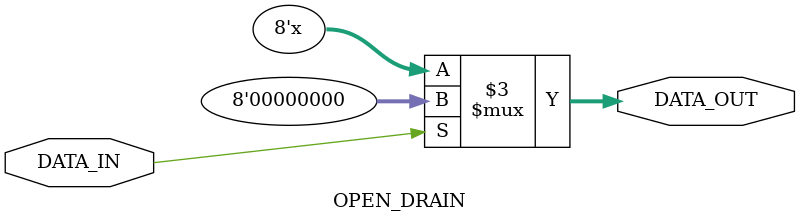
<source format=v>
`timescale 1ns / 1ps

module OPEN_DRAIN(
    input wire DATA_IN,
    output reg [7:0] DATA_OUT
    );

always@(*)
begin
	if(DATA_IN)
		DATA_OUT = 8'h00;
	else
		DATA_OUT = 8'hZZ;
end

endmodule

</source>
